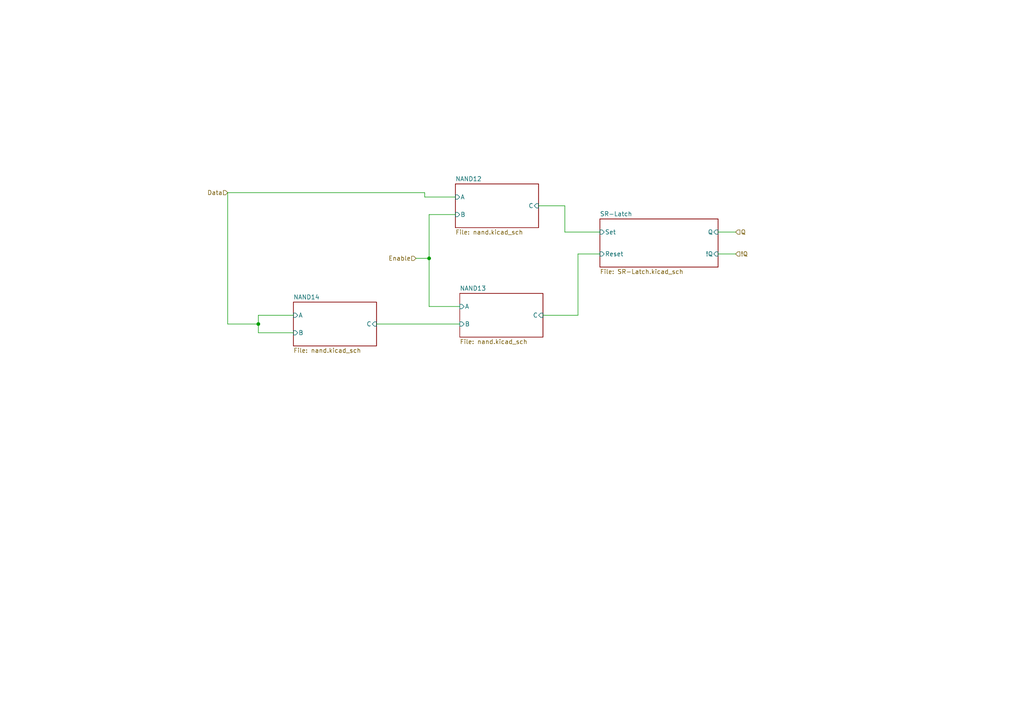
<source format=kicad_sch>
(kicad_sch (version 20230121) (generator eeschema)
  (paper "A4")
  (lib_symbols)
  (junction (at 124.46 74.93))
  (junction (at 74.93 93.98))
  (wire (pts (xy 109.22 93.98) (xy 133.35 93.98)))
  (wire (pts (xy 167.64 73.66) (xy 173.99 73.66)))
  (wire (pts (xy 208.28 67.31) (xy 213.36 67.31)))
  (wire (pts (xy 133.35 88.9) (xy 124.46 88.9)))
  (wire (pts (xy 66.04 55.88) (xy 66.04 93.98)))
  (wire (pts (xy 74.93 93.98) (xy 74.93 91.44)))
  (wire (pts (xy 74.93 96.52) (xy 74.93 93.98)))
  (wire (pts (xy 156.21 59.69) (xy 163.83 59.69)))
  (wire (pts (xy 124.46 88.9) (xy 124.46 74.93)))
  (wire (pts (xy 167.64 91.44) (xy 167.64 73.66)))
  (wire (pts (xy 74.93 91.44) (xy 85.09 91.44)))
  (wire (pts (xy 123.19 57.15) (xy 132.08 57.15)))
  (wire (pts (xy 66.04 55.88) (xy 123.19 55.88)))
  (wire (pts (xy 66.04 93.98) (xy 74.93 93.98)))
  (wire (pts (xy 163.83 67.31) (xy 173.99 67.31)))
  (wire (pts (xy 163.83 59.69) (xy 163.83 67.31)))
  (wire (pts (xy 157.48 91.44) (xy 167.64 91.44)))
  (wire (pts (xy 120.65 74.93) (xy 124.46 74.93)))
  (wire (pts (xy 124.46 62.23) (xy 132.08 62.23)))
  (wire (pts (xy 123.19 55.88) (xy 123.19 57.15)))
  (wire (pts (xy 208.28 73.66) (xy 213.36 73.66)))
  (wire (pts (xy 124.46 74.93) (xy 124.46 62.23)))
  (wire (pts (xy 85.09 96.52) (xy 74.93 96.52)))
  (hierarchical_label "Data" (shape input) (at 66.04 55.88 180))
  (hierarchical_label "!Q" (shape input) (at 213.36 73.66 0))
  (hierarchical_label "Enable" (shape input) (at 120.65 74.93 180))
  (hierarchical_label "Q" (shape input) (at 213.36 67.31 0))
  (sheet (at 133.35 85.09) (size 24.13 12.7) (stroke (width 0.1524))
    (property "Sheetname" "NAND13" (at 133.35 84.3784 0) (effects (justify left bottom)))
    (property "Sheetfile" "nand.kicad_sch" (at 133.35 98.3746 0) (effects (justify left top)))
    (pin "C" input (at 157.48 91.44 0))
    (pin "A" input (at 133.35 88.9 180))
    (pin "B" input (at 133.35 93.98 180))
  )
  (sheet (at 85.09 87.63) (size 24.13 12.7) (stroke (width 0.1524))
    (property "Sheetname" "NAND14" (at 85.09 86.9184 0) (effects (justify left bottom)))
    (property "Sheetfile" "nand.kicad_sch" (at 85.09 100.9146 0) (effects (justify left top)))
    (pin "C" input (at 109.22 93.98 0))
    (pin "A" input (at 85.09 91.44 180))
    (pin "B" input (at 85.09 96.52 180))
  )
  (sheet (at 173.99 63.5) (size 34.29 13.97) (stroke (width 0.1524))
    (property "Sheetname" "SR-Latch" (at 173.99 62.7884 0) (effects (justify left bottom)))
    (property "Sheetfile" "SR-Latch.kicad_sch" (at 173.99 78.0546 0) (effects (justify left top)))
    (pin "Reset" input (at 173.99 73.66 180))
    (pin "Set" input (at 173.99 67.31 180))
    (pin "Q" input (at 208.28 67.31 0))
    (pin "!Q" input (at 208.28 73.66 0))
  )
  (sheet (at 132.08 53.34) (size 24.13 12.7) (stroke (width 0.1524))
    (property "Sheetname" "NAND12" (at 132.08 52.6284 0) (effects (justify left bottom)))
    (property "Sheetfile" "nand.kicad_sch" (at 132.08 66.6246 0) (effects (justify left top)))
    (pin "C" input (at 156.21 59.69 0))
    (pin "A" input (at 132.08 57.15 180))
    (pin "B" input (at 132.08 62.23 180))
  )
)
</source>
